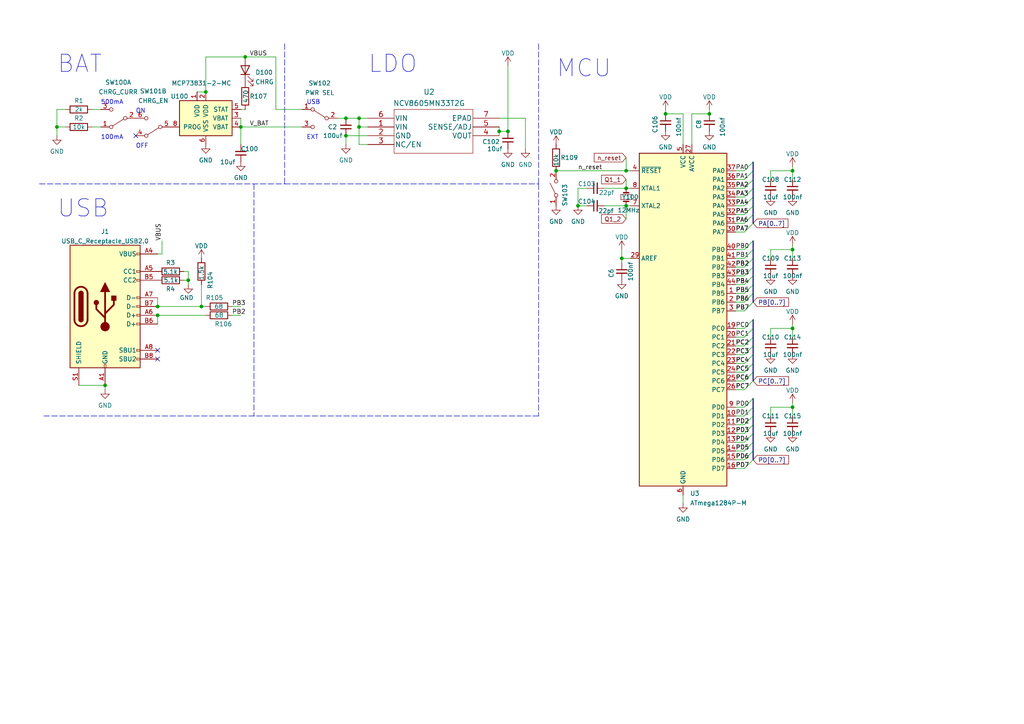
<source format=kicad_sch>
(kicad_sch (version 20211123) (generator eeschema)
  (paper "A4")
  (lib_symbols
    (symbol "Connector:USB_C_Receptacle_USB2.0" (pin_names (offset 1.016))
      (property "Reference" "J" (at -10.16 19.05 0))
      (property "Value" "USB_C_Receptacle_USB2.0" (at 19.05 19.05 0))
      (symbol "USB_C_Receptacle_USB2.0_0_0"
        (rectangle (start -0.254 -17.78) (end 0.254 -16.764))
        (rectangle (start 10.16 -14.986) (end 9.144 -15.494))
        (rectangle (start 10.16 -12.446) (end 9.144 -12.954))
        (rectangle (start 10.16 -4.826) (end 9.144 -5.334))
        (rectangle (start 10.16 -2.286) (end 9.144 -2.794))
        (rectangle (start 10.16 0.254) (end 9.144 -0.254))
        (rectangle (start 10.16 2.794) (end 9.144 2.286))
        (rectangle (start 10.16 7.874) (end 9.144 7.366))
        (rectangle (start 10.16 10.414) (end 9.144 9.906))
        (rectangle (start 10.16 15.494) (end 9.144 14.986))
      )
      (symbol "USB_C_Receptacle_USB2.0_0_1"
        (rectangle (start -10.16 17.78) (end 10.16 -17.78) (stroke (width 0.254)) (fill (type background)))
        (arc (start -8.89 -3.81) (mid -6.985 -5.715) (end -5.08 -3.81) (stroke (width 0.508)))
        (arc (start -7.62 -3.81) (mid -6.985 -4.445) (end -6.35 -3.81) (stroke (width 0.254)))
        (arc (start -7.62 -3.81) (mid -6.985 -4.445) (end -6.35 -3.81) (stroke (width 0.254)) (fill (type outline)))
        (rectangle (start -7.62 -3.81) (end -6.35 3.81) (stroke (width 0.254)) (fill (type outline)))
        (arc (start -6.35 3.81) (mid -6.985 4.445) (end -7.62 3.81) (stroke (width 0.254)))
        (arc (start -6.35 3.81) (mid -6.985 4.445) (end -7.62 3.81) (stroke (width 0.254)) (fill (type outline)))
        (arc (start -5.08 3.81) (mid -6.985 5.715) (end -8.89 3.81) (stroke (width 0.508)))
        (circle (center -2.54 1.143) (radius 0.635) (stroke (width 0.254)) (fill (type outline)))
        (circle (center 0 -5.842) (radius 1.27) (fill (type outline)))
        (polyline (pts (xy -8.89 -3.81) (xy -8.89 3.81)) (stroke (width 0.508)))
        (polyline (pts (xy -5.08 3.81) (xy -5.08 -3.81)) (stroke (width 0.508)))
        (polyline (pts (xy 0 -5.842) (xy 0 4.318)) (stroke (width 0.508)))
        (polyline (pts (xy 0 -3.302) (xy -2.54 -0.762) (xy -2.54 0.508)) (stroke (width 0.508)))
        (polyline (pts (xy 0 -2.032) (xy 2.54 0.508) (xy 2.54 1.778)) (stroke (width 0.508)))
        (polyline (pts (xy -1.27 4.318) (xy 0 6.858) (xy 1.27 4.318) (xy -1.27 4.318)) (stroke (width 0.254)) (fill (type outline)))
        (rectangle (start 1.905 1.778) (end 3.175 3.048) (stroke (width 0.254)) (fill (type outline)))
      )
      (symbol "USB_C_Receptacle_USB2.0_1_1"
        (pin passive line (at 0 -22.86 90) (length 5.08) (name "GND") (number "A1"))
        (pin passive line (at 0 -22.86 90) (length 5.08) hide (name "GND") (number "A12"))
        (pin passive line (at 15.24 15.24 180) (length 5.08) (name "VBUS") (number "A4"))
        (pin bidirectional line (at 15.24 10.16 180) (length 5.08) (name "CC1") (number "A5"))
        (pin bidirectional line (at 15.24 -2.54 180) (length 5.08) (name "D+") (number "A6"))
        (pin bidirectional line (at 15.24 2.54 180) (length 5.08) (name "D-") (number "A7"))
        (pin bidirectional line (at 15.24 -12.7 180) (length 5.08) (name "SBU1") (number "A8"))
        (pin passive line (at 15.24 15.24 180) (length 5.08) hide (name "VBUS") (number "A9"))
        (pin passive line (at 0 -22.86 90) (length 5.08) hide (name "GND") (number "B1"))
        (pin passive line (at 0 -22.86 90) (length 5.08) hide (name "GND") (number "B12"))
        (pin passive line (at 15.24 15.24 180) (length 5.08) hide (name "VBUS") (number "B4"))
        (pin bidirectional line (at 15.24 7.62 180) (length 5.08) (name "CC2") (number "B5"))
        (pin bidirectional line (at 15.24 -5.08 180) (length 5.08) (name "D+") (number "B6"))
        (pin bidirectional line (at 15.24 0 180) (length 5.08) (name "D-") (number "B7"))
        (pin bidirectional line (at 15.24 -15.24 180) (length 5.08) (name "SBU2") (number "B8"))
        (pin passive line (at 15.24 15.24 180) (length 5.08) hide (name "VBUS") (number "B9"))
        (pin passive line (at -7.62 -22.86 90) (length 5.08) (name "SHIELD") (number "S1"))
      )
    )
    (symbol "Device:C_Small" (pin_numbers hide) (pin_names (offset 0.254) hide)
      (property "Reference" "C" (at 0.254 1.778 0))
      (property "Value" "C_Small" (at 0.254 -2.032 0))
      (symbol "C_Small_0_1"
        (polyline (pts (xy -1.524 -0.508) (xy 1.524 -0.508)) (stroke (width 0.3302)))
        (polyline (pts (xy -1.524 0.508) (xy 1.524 0.508)) (stroke (width 0.3048)))
      )
      (symbol "C_Small_1_1"
        (pin passive line (at 0 2.54 270) (length 2.032) (name "~") (number "1"))
        (pin passive line (at 0 -2.54 90) (length 2.032) (name "~") (number "2"))
      )
    )
    (symbol "Device:Crystal_Small" (pin_numbers hide) (pin_names (offset 1.016) hide)
      (property "Reference" "Y" (at 0 2.54 0))
      (property "Value" "Crystal_Small" (at 0 -2.54 0))
      (symbol "Crystal_Small_0_1"
        (rectangle (start -0.762 -1.524) (end 0.762 1.524))
        (polyline (pts (xy -1.27 -0.762) (xy -1.27 0.762)) (stroke (width 0.381)))
        (polyline (pts (xy 1.27 -0.762) (xy 1.27 0.762)) (stroke (width 0.381)))
      )
      (symbol "Crystal_Small_1_1"
        (pin passive line (at -2.54 0 0) (length 1.27) (name "1") (number "1"))
        (pin passive line (at 2.54 0 180) (length 1.27) (name "2") (number "2"))
      )
    )
    (symbol "Device:LED" (pin_numbers hide) (pin_names (offset 1.016) hide)
      (property "Reference" "D" (at 0 2.54 0))
      (property "Value" "LED" (at 0 -2.54 0))
      (symbol "LED_0_1"
        (polyline (pts (xy -1.27 -1.27) (xy -1.27 1.27)) (stroke (width 0.254)))
        (polyline (pts (xy -1.27 0) (xy 1.27 0)))
        (polyline (pts (xy 1.27 -1.27) (xy 1.27 1.27) (xy -1.27 0) (xy 1.27 -1.27)) (stroke (width 0.254)))
        (polyline (pts (xy -3.048 -0.762) (xy -4.572 -2.286) (xy -3.81 -2.286) (xy -4.572 -2.286) (xy -4.572 -1.524)))
        (polyline (pts (xy -1.778 -0.762) (xy -3.302 -2.286) (xy -2.54 -2.286) (xy -3.302 -2.286) (xy -3.302 -1.524)))
      )
      (symbol "LED_1_1"
        (pin passive line (at -3.81 0 0) (length 2.54) (name "K") (number "1"))
        (pin passive line (at 3.81 0 180) (length 2.54) (name "A") (number "2"))
      )
    )
    (symbol "Device:R" (pin_numbers hide) (pin_names (offset 0))
      (property "Reference" "R" (at 2.032 0 90))
      (property "Value" "R" (at 0 0 90))
      (symbol "R_0_1"
        (rectangle (start -1.016 -2.54) (end 1.016 2.54) (stroke (width 0.254)))
      )
      (symbol "R_1_1"
        (pin passive line (at 0 3.81 270) (length 1.27) (name "~") (number "1"))
        (pin passive line (at 0 -3.81 90) (length 1.27) (name "~") (number "2"))
      )
    )
    (symbol "MCU_Microchip_ATmega:ATmega1284P-M"
      (property "Reference" "U?" (at 2.0194 -50.4095 0))
      (property "Value" "ATmega1284P-M" (at 2.0194 -53.1846 0))
      (symbol "ATmega1284P-M_0_1"
        (rectangle (start -12.7 -48.26) (end 12.7 48.26) (stroke (width 0.254)) (fill (type background)))
      )
      (symbol "ATmega1284P-M_1_1"
        (pin bidirectional line (at 15.24 7.62 180) (length 2.54) (name "PB5") (number "1"))
        (pin bidirectional line (at 15.24 -27.94 180) (length 2.54) (name "PD1") (number "10"))
        (pin bidirectional line (at 15.24 -30.48 180) (length 2.54) (name "PD2") (number "11"))
        (pin bidirectional line (at 15.24 -33.02 180) (length 2.54) (name "PD3") (number "12"))
        (pin bidirectional line (at 15.24 -35.56 180) (length 2.54) (name "PD4") (number "13"))
        (pin bidirectional line (at 15.24 -38.1 180) (length 2.54) (name "PD5") (number "14"))
        (pin bidirectional line (at 15.24 -40.64 180) (length 2.54) (name "PD6") (number "15"))
        (pin bidirectional line (at 15.24 -43.18 180) (length 2.54) (name "PD7") (number "16"))
        (pin passive line (at 0 50.8 270) (length 2.54) hide (name "VCC") (number "17"))
        (pin passive line (at 0 -50.8 90) (length 2.54) hide (name "GND") (number "18"))
        (pin bidirectional line (at 15.24 -2.54 180) (length 2.54) (name "PC0") (number "19"))
        (pin bidirectional line (at 15.24 5.08 180) (length 2.54) (name "PB6") (number "2"))
        (pin bidirectional line (at 15.24 -5.08 180) (length 2.54) (name "PC1") (number "20"))
        (pin bidirectional line (at 15.24 -7.62 180) (length 2.54) (name "PC2") (number "21"))
        (pin bidirectional line (at 15.24 -10.16 180) (length 2.54) (name "PC3") (number "22"))
        (pin bidirectional line (at 15.24 -12.7 180) (length 2.54) (name "PC4") (number "23"))
        (pin bidirectional line (at 15.24 -15.24 180) (length 2.54) (name "PC5") (number "24"))
        (pin bidirectional line (at 15.24 -17.78 180) (length 2.54) (name "PC6") (number "25"))
        (pin bidirectional line (at 15.24 -20.32 180) (length 2.54) (name "PC7") (number "26"))
        (pin power_in line (at 2.54 50.8 270) (length 2.54) (name "AVCC") (number "27"))
        (pin passive line (at 0 -50.8 90) (length 2.54) hide (name "GND") (number "28"))
        (pin passive line (at -15.24 17.78 0) (length 2.54) (name "AREF") (number "29"))
        (pin bidirectional line (at 15.24 2.54 180) (length 2.54) (name "PB7") (number "3"))
        (pin bidirectional line (at 15.24 25.4 180) (length 2.54) (name "PA7") (number "30"))
        (pin bidirectional line (at 15.24 27.94 180) (length 2.54) (name "PA6") (number "31"))
        (pin bidirectional line (at 15.24 30.48 180) (length 2.54) (name "PA5") (number "32"))
        (pin bidirectional line (at 15.24 33.02 180) (length 2.54) (name "PA4") (number "33"))
        (pin bidirectional line (at 15.24 35.56 180) (length 2.54) (name "PA3") (number "34"))
        (pin bidirectional line (at 15.24 38.1 180) (length 2.54) (name "PA2") (number "35"))
        (pin bidirectional line (at 15.24 40.64 180) (length 2.54) (name "PA1") (number "36"))
        (pin bidirectional line (at 15.24 43.18 180) (length 2.54) (name "PA0") (number "37"))
        (pin passive line (at 0 50.8 270) (length 2.54) hide (name "VCC") (number "38"))
        (pin passive line (at 0 -50.8 90) (length 2.54) hide (name "GND") (number "39"))
        (pin input line (at -15.24 43.18 0) (length 2.54) (name "~{RESET}") (number "4"))
        (pin bidirectional line (at 15.24 20.32 180) (length 2.54) (name "PB0") (number "40"))
        (pin bidirectional line (at 15.24 17.78 180) (length 2.54) (name "PB1") (number "41"))
        (pin bidirectional line (at 15.24 15.24 180) (length 2.54) (name "PB2") (number "42"))
        (pin bidirectional line (at 15.24 12.7 180) (length 2.54) (name "PB3") (number "43"))
        (pin bidirectional line (at 15.24 10.16 180) (length 2.54) (name "PB4") (number "44"))
        (pin passive line (at 0 -50.8 90) (length 2.54) hide (name "GND") (number "45"))
        (pin power_in line (at 0 50.8 270) (length 2.54) (name "VCC") (number "5"))
        (pin power_in line (at 0 -50.8 90) (length 2.54) (name "GND") (number "6"))
        (pin output line (at -15.24 33.02 0) (length 2.54) (name "XTAL2") (number "7"))
        (pin input line (at -15.24 38.1 0) (length 2.54) (name "XTAL1") (number "8"))
        (pin bidirectional line (at 15.24 -25.4 180) (length 2.54) (name "PD0") (number "9"))
      )
    )
    (symbol "Switch:SW_DPDT_x2" (pin_names (offset 0) hide)
      (property "Reference" "SW" (at 0 4.318 0))
      (property "Value" "SW_DPDT_x2" (at 0 -5.08 0))
      (symbol "SW_DPDT_x2_0_0"
        (circle (center -2.032 0) (radius 0.508))
        (circle (center 2.032 -2.54) (radius 0.508))
      )
      (symbol "SW_DPDT_x2_0_1"
        (polyline (pts (xy -1.524 0.254) (xy 1.651 2.286)))
        (circle (center 2.032 2.54) (radius 0.508))
      )
      (symbol "SW_DPDT_x2_1_1"
        (pin passive line (at 5.08 2.54 180) (length 2.54) (name "A") (number "1"))
        (pin passive line (at -5.08 0 0) (length 2.54) (name "B") (number "2"))
        (pin passive line (at 5.08 -2.54 180) (length 2.54) (name "C") (number "3"))
      )
      (symbol "SW_DPDT_x2_2_1"
        (pin passive line (at 5.08 2.54 180) (length 2.54) (name "A") (number "4"))
        (pin passive line (at -5.08 0 0) (length 2.54) (name "B") (number "5"))
        (pin passive line (at 5.08 -2.54 180) (length 2.54) (name "C") (number "6"))
      )
    )
    (symbol "Switch:SW_SPDT" (pin_names (offset 0) hide)
      (property "Reference" "SW" (at 0 4.318 0))
      (property "Value" "SW_SPDT" (at 0 -5.08 0))
      (symbol "SW_SPDT_0_0"
        (circle (center -2.032 0) (radius 0.508))
        (circle (center 2.032 -2.54) (radius 0.508))
      )
      (symbol "SW_SPDT_0_1"
        (polyline (pts (xy -1.524 0.254) (xy 1.651 2.286)))
        (circle (center 2.032 2.54) (radius 0.508))
      )
      (symbol "SW_SPDT_1_1"
        (pin passive line (at 5.08 2.54 180) (length 2.54) (name "A") (number "1"))
        (pin passive line (at -5.08 0 0) (length 2.54) (name "B") (number "2"))
        (pin passive line (at 5.08 -2.54 180) (length 2.54) (name "C") (number "3"))
      )
    )
    (symbol "Switch:SW_SPST" (pin_names (offset 0) hide)
      (property "Reference" "SW" (at 0 3.175 0))
      (property "Value" "SW_SPST" (at 0 -2.54 0))
      (symbol "SW_SPST_0_0"
        (circle (center -2.032 0) (radius 0.508))
        (polyline (pts (xy -1.524 0.254) (xy 1.524 1.778)))
        (circle (center 2.032 0) (radius 0.508))
      )
      (symbol "SW_SPST_1_1"
        (pin passive line (at -5.08 0 0) (length 2.54) (name "A") (number "1"))
        (pin passive line (at 5.08 0 180) (length 2.54) (name "B") (number "2"))
      )
    )
    (symbol "power:GND" (power) (pin_names (offset 0))
      (property "Value" "GND" (at 0 -3.81 0))
      (symbol "GND_0_1"
        (polyline (pts (xy 0 0) (xy 0 -1.27) (xy 1.27 -1.27) (xy 0 -2.54) (xy -1.27 -1.27) (xy 0 -1.27)))
      )
      (symbol "GND_1_1"
        (pin power_in line (at 0 0 270) (length 0) hide (name "GND") (number "1"))
      )
    )
    (symbol "power:VDD" (power) (pin_names (offset 0))
      (property "Value" "VDD" (at 0 3.81 0))
      (symbol "VDD_0_1"
        (polyline (pts (xy -0.762 1.27) (xy 0 2.54)))
        (polyline (pts (xy 0 0) (xy 0 2.54)))
        (polyline (pts (xy 0 2.54) (xy 0.762 1.27)))
      )
      (symbol "VDD_1_1"
        (pin power_in line (at 0 0 90) (length 0) hide (name "VDD") (number "1"))
      )
    )
    (symbol "symbols:MCP73831-2-MC" (pin_names (offset 1.016))
      (property "Reference" "U100" (at -9.4693 6.3666 0))
      (property "Value" "MCP73831-2-MC" (at -7.62 8.89 0))
      (symbol "MCP73831-2-MC_0_1"
        (rectangle (start -7.62 5.08) (end 7.62 -5.08) (stroke (width 0.254)) (fill (type background)))
      )
      (symbol "MCP73831-2-MC_1_1"
        (pin power_in line (at -2.54 7.62 270) (length 2.54) (name "VDD") (number "1"))
        (pin power_in line (at 0 7.62 270) (length 2.54) (name "VDD") (number "2"))
        (pin power_out line (at 10.16 0 180) (length 2.54) (name "VBAT") (number "3"))
        (pin power_out line (at 10.16 -2.54 180) (length 2.54) (name "VBAT") (number "4"))
        (pin output line (at 10.16 2.54 180) (length 2.54) (name "STAT") (number "5"))
        (pin power_in line (at 0 -7.62 90) (length 2.54) (name "VSS") (number "6"))
        (pin input line (at -10.16 -2.54 0) (length 2.54) (name "PROG") (number "8"))
      )
    )
    (symbol "symbols:NCV8605MN33T2G" (pin_names (offset 0.254))
      (property "Reference" "U2" (at 17.78 10.16 0))
      (property "Value" "NCV8605MN33T2G" (at 17.78 6.881 0))
      (symbol "NCV8605MN33T2G_1_1"
        (polyline (pts (xy 7.62 -7.62) (xy 30.48 -7.62)) (stroke (width 0.127)))
        (polyline (pts (xy 7.62 5.08) (xy 7.62 -7.62)) (stroke (width 0.127)))
        (polyline (pts (xy 30.48 -7.62) (xy 30.48 5.08)) (stroke (width 0.127)))
        (polyline (pts (xy 30.48 5.08) (xy 7.62 5.08)) (stroke (width 0.127)))
        (pin input line (at 0 0 0) (length 7.62) (name "VIN") (number "1"))
        (pin power_in line (at 0 -2.54 0) (length 7.62) (name "GND") (number "2"))
        (pin bidirectional line (at 0 -5.08 0) (length 7.62) (name "NC/EN") (number "3"))
        (pin power_out line (at 38.1 -2.54 180) (length 7.62) (name "VOUT") (number "4"))
        (pin bidirectional line (at 38.1 0 180) (length 7.62) (name "SENSE/ADJ") (number "5"))
        (pin input line (at 0 2.54 0) (length 7.62) (name "VIN") (number "6"))
        (pin unspecified line (at 38.1 2.54 180) (length 7.62) (name "EPAD") (number "7"))
      )
    )
  )
  (bus_alias "PORTA" (members "PA0" "PA1" "PA2" "PA3" "PA4" "PA5" "PA6" "PA7"))
  (junction (at 229.87 95.25))
  (junction (at 54.61 81.28))
  (junction (at 100.33 39.37))
  (junction (at 71.12 16.51))
  (junction (at 161.29 49.53))
  (junction (at 30.48 111.76))
  (junction (at 180.34 74.93))
  (junction (at 229.87 49.53))
  (junction (at 229.87 72.39))
  (junction (at 58.42 88.9))
  (junction (at 100.33 34.29))
  (junction (at 181.61 54.61))
  (junction (at 205.74 33.02))
  (junction (at 59.69 26.67))
  (junction (at 181.61 49.53))
  (junction (at 45.72 88.9))
  (junction (at 167.64 59.69))
  (junction (at 229.87 118.11))
  (junction (at 69.85 36.83))
  (junction (at 193.04 33.02))
  (junction (at 147.32 38.1))
  (junction (at 104.14 34.29))
  (junction (at 144.78 38.1))
  (junction (at 45.72 91.44))
  (junction (at 181.61 59.69))
  (junction (at 104.14 36.83))
  (junction (at 16.51 36.83))
  (no_connect (at 45.72 101.6))
  (no_connect (at 45.72 104.14))
  (no_connect (at 39.37 39.37))
  (bus_entry (at 218.44 72.39) (size -2.54 2.54))
  (bus_entry (at 218.44 100.33) (size -2.54 2.54))
  (bus_entry (at 218.44 57.15) (size -2.54 2.54))
  (bus_entry (at 218.44 133.35) (size -2.54 2.54))
  (bus_entry (at 218.44 123.19) (size -2.54 2.54))
  (bus_entry (at 218.44 46.99) (size -2.54 2.54))
  (bus_entry (at 218.44 128.27) (size -2.54 2.54))
  (bus_entry (at 218.44 54.61) (size -2.54 2.54))
  (bus_entry (at 218.44 102.87) (size -2.54 2.54))
  (bus_entry (at 218.44 52.07) (size -2.54 2.54))
  (bus_entry (at 218.44 64.77) (size -2.54 2.54))
  (bus_entry (at 218.44 92.71) (size -2.54 2.54))
  (bus_entry (at 218.44 130.81) (size -2.54 2.54))
  (bus_entry (at 218.44 77.47) (size -2.54 2.54))
  (bus_entry (at 218.44 115.57) (size -2.54 2.54))
  (bus_entry (at 218.44 80.01) (size -2.54 2.54))
  (bus_entry (at 218.44 69.85) (size -2.54 2.54))
  (bus_entry (at 218.44 110.49) (size -2.54 2.54))
  (bus_entry (at 218.44 49.53) (size -2.54 2.54))
  (bus_entry (at 218.44 87.63) (size -2.54 2.54))
  (bus_entry (at 218.44 107.95) (size -2.54 2.54))
  (bus_entry (at 218.44 125.73) (size -2.54 2.54))
  (bus_entry (at 218.44 85.09) (size -2.54 2.54))
  (bus_entry (at 218.44 95.25) (size -2.54 2.54))
  (bus_entry (at 218.44 74.93) (size -2.54 2.54))
  (bus_entry (at 218.44 59.69) (size -2.54 2.54))
  (bus_entry (at 218.44 97.79) (size -2.54 2.54))
  (bus_entry (at 218.44 118.11) (size -2.54 2.54))
  (bus_entry (at 218.44 62.23) (size -2.54 2.54))
  (bus_entry (at 218.44 82.55) (size -2.54 2.54))
  (bus_entry (at 218.44 105.41) (size -2.54 2.54))
  (bus_entry (at 218.44 120.65) (size -2.54 2.54))
  (wire (pts (xy 69.85 31.75) (xy 71.12 31.75)))
  (wire (pts (xy 215.9 110.49) (xy 213.36 110.49)))
  (wire (pts (xy 213.36 49.53) (xy 215.9 49.53)))
  (bus (pts (xy 218.44 74.93) (xy 218.44 72.39)))
  (wire (pts (xy 16.51 36.83) (xy 19.05 36.83)))
  (bus (pts (xy 218.44 110.49) (xy 218.44 107.95)))
  (wire (pts (xy 223.52 49.53) (xy 229.87 49.53)))
  (wire (pts (xy 215.9 74.93) (xy 213.36 74.93)))
  (wire (pts (xy 58.42 88.9) (xy 59.69 88.9)))
  (wire (pts (xy 229.87 95.25) (xy 229.87 97.79)))
  (wire (pts (xy 59.69 16.51) (xy 71.12 16.51)))
  (wire (pts (xy 198.12 33.02) (xy 198.12 41.91)))
  (wire (pts (xy 223.52 118.11) (xy 223.52 120.65)))
  (wire (pts (xy 104.14 41.91) (xy 104.14 36.83)))
  (wire (pts (xy 144.78 36.83) (xy 144.78 38.1)))
  (wire (pts (xy 215.9 130.81) (xy 213.36 130.81)))
  (wire (pts (xy 45.72 86.36) (xy 45.72 88.9)))
  (wire (pts (xy 45.72 91.44) (xy 59.69 91.44)))
  (wire (pts (xy 229.87 118.11) (xy 229.87 120.65)))
  (wire (pts (xy 181.61 59.69) (xy 181.61 63.5)))
  (wire (pts (xy 215.9 118.11) (xy 213.36 118.11)))
  (wire (pts (xy 215.9 105.41) (xy 213.36 105.41)))
  (wire (pts (xy 67.31 91.44) (xy 69.85 91.44)))
  (polyline (pts (xy 11.43 53.34) (xy 82.55 53.34)))
  (wire (pts (xy 200.66 33.02) (xy 200.66 41.91)))
  (wire (pts (xy 229.87 72.39) (xy 229.87 74.93)))
  (wire (pts (xy 69.85 34.29) (xy 69.85 36.83)))
  (wire (pts (xy 215.9 80.01) (xy 213.36 80.01)))
  (polyline (pts (xy 156.21 12.7) (xy 156.21 53.34)))
  (wire (pts (xy 54.61 78.74) (xy 54.61 81.28)))
  (wire (pts (xy 69.85 36.83) (xy 87.63 36.83)))
  (bus (pts (xy 218.44 97.79) (xy 218.44 95.25)))
  (bus (pts (xy 218.44 49.53) (xy 218.44 52.07)))
  (wire (pts (xy 106.68 41.91) (xy 104.14 41.91)))
  (wire (pts (xy 215.9 85.09) (xy 213.36 85.09)))
  (bus (pts (xy 218.44 107.95) (xy 218.44 105.41)))
  (wire (pts (xy 229.87 93.98) (xy 229.87 95.25)))
  (wire (pts (xy 152.4 34.29) (xy 144.78 34.29)))
  (polyline (pts (xy 156.21 53.34) (xy 156.21 120.65)))
  (wire (pts (xy 215.9 107.95) (xy 213.36 107.95)))
  (wire (pts (xy 26.67 31.75) (xy 29.21 31.75)))
  (wire (pts (xy 45.72 91.44) (xy 45.72 93.98)))
  (bus (pts (xy 218.44 82.55) (xy 218.44 80.01)))
  (wire (pts (xy 215.9 90.17) (xy 213.36 90.17)))
  (wire (pts (xy 215.9 133.35) (xy 213.36 133.35)))
  (wire (pts (xy 223.52 49.53) (xy 223.52 52.07)))
  (bus (pts (xy 218.44 95.25) (xy 218.44 92.71)))
  (wire (pts (xy 215.9 82.55) (xy 213.36 82.55)))
  (wire (pts (xy 215.9 120.65) (xy 213.36 120.65)))
  (bus (pts (xy 218.44 54.61) (xy 218.44 57.15)))
  (wire (pts (xy 181.61 59.69) (xy 182.88 59.69)))
  (wire (pts (xy 205.74 31.75) (xy 205.74 33.02)))
  (wire (pts (xy 215.9 97.79) (xy 213.36 97.79)))
  (wire (pts (xy 54.61 81.28) (xy 54.61 82.55)))
  (wire (pts (xy 215.9 113.03) (xy 213.36 113.03)))
  (bus (pts (xy 218.44 133.35) (xy 218.44 130.81)))
  (polyline (pts (xy 73.66 53.34) (xy 73.66 120.65)))
  (wire (pts (xy 193.04 33.02) (xy 198.12 33.02)))
  (wire (pts (xy 161.29 49.53) (xy 181.61 49.53)))
  (wire (pts (xy 215.9 125.73) (xy 213.36 125.73)))
  (wire (pts (xy 71.12 16.51) (xy 80.01 16.51)))
  (wire (pts (xy 22.86 111.76) (xy 30.48 111.76)))
  (wire (pts (xy 54.61 81.28) (xy 53.34 81.28)))
  (wire (pts (xy 100.33 34.29) (xy 104.14 34.29)))
  (wire (pts (xy 45.72 73.66) (xy 46.99 73.66)))
  (wire (pts (xy 58.42 82.55) (xy 58.42 88.9)))
  (wire (pts (xy 26.67 36.83) (xy 29.21 36.83)))
  (wire (pts (xy 59.69 16.51) (xy 59.69 26.67)))
  (wire (pts (xy 46.99 73.66) (xy 46.99 69.85)))
  (wire (pts (xy 80.01 16.51) (xy 80.01 31.75)))
  (bus (pts (xy 218.44 57.15) (xy 218.44 59.69)))
  (wire (pts (xy 215.9 64.77) (xy 213.36 64.77)))
  (bus (pts (xy 218.44 100.33) (xy 218.44 97.79)))
  (wire (pts (xy 223.52 72.39) (xy 229.87 72.39)))
  (wire (pts (xy 167.64 59.69) (xy 170.18 59.69)))
  (wire (pts (xy 215.9 62.23) (xy 213.36 62.23)))
  (wire (pts (xy 223.52 72.39) (xy 223.52 74.93)))
  (wire (pts (xy 215.9 135.89) (xy 213.36 135.89)))
  (bus (pts (xy 218.44 118.11) (xy 218.44 115.57)))
  (wire (pts (xy 69.85 36.83) (xy 69.85 41.91)))
  (bus (pts (xy 218.44 77.47) (xy 218.44 74.93)))
  (bus (pts (xy 218.44 80.01) (xy 218.44 77.47)))
  (wire (pts (xy 229.87 116.84) (xy 229.87 118.11)))
  (wire (pts (xy 16.51 31.75) (xy 19.05 31.75)))
  (polyline (pts (xy 82.55 53.34) (xy 156.21 53.34)))
  (wire (pts (xy 229.87 49.53) (xy 229.87 52.07)))
  (bus (pts (xy 218.44 123.19) (xy 218.44 120.65)))
  (wire (pts (xy 170.18 54.61) (xy 167.64 54.61)))
  (wire (pts (xy 215.9 100.33) (xy 213.36 100.33)))
  (wire (pts (xy 97.79 34.29) (xy 100.33 34.29)))
  (wire (pts (xy 215.9 102.87) (xy 213.36 102.87)))
  (wire (pts (xy 180.34 74.93) (xy 180.34 76.2)))
  (wire (pts (xy 181.61 49.53) (xy 182.88 49.53)))
  (wire (pts (xy 193.04 31.75) (xy 193.04 33.02)))
  (wire (pts (xy 152.4 34.29) (xy 152.4 43.18)))
  (wire (pts (xy 45.72 88.9) (xy 58.42 88.9)))
  (polyline (pts (xy 156.21 120.65) (xy 82.55 120.65)))
  (wire (pts (xy 198.12 143.51) (xy 198.12 146.05)))
  (bus (pts (xy 218.44 59.69) (xy 218.44 62.23)))
  (bus (pts (xy 218.44 85.09) (xy 218.44 82.55)))
  (wire (pts (xy 80.01 31.75) (xy 87.63 31.75)))
  (wire (pts (xy 215.9 72.39) (xy 213.36 72.39)))
  (wire (pts (xy 215.9 57.15) (xy 213.36 57.15)))
  (wire (pts (xy 223.52 95.25) (xy 223.52 97.79)))
  (wire (pts (xy 30.48 111.76) (xy 30.48 113.03)))
  (wire (pts (xy 181.61 52.07) (xy 181.61 54.61)))
  (wire (pts (xy 104.14 34.29) (xy 106.68 34.29)))
  (bus (pts (xy 218.44 105.41) (xy 218.44 102.87)))
  (polyline (pts (xy 82.55 12.7) (xy 82.55 53.34)))
  (wire (pts (xy 215.9 87.63) (xy 213.36 87.63)))
  (wire (pts (xy 205.74 33.02) (xy 200.66 33.02)))
  (wire (pts (xy 175.26 59.69) (xy 181.61 59.69)))
  (wire (pts (xy 144.78 38.1) (xy 147.32 38.1)))
  (wire (pts (xy 215.9 67.31) (xy 213.36 67.31)))
  (bus (pts (xy 218.44 72.39) (xy 218.44 69.85)))
  (wire (pts (xy 229.87 48.26) (xy 229.87 49.53)))
  (bus (pts (xy 218.44 102.87) (xy 218.44 100.33)))
  (wire (pts (xy 180.34 74.93) (xy 182.88 74.93)))
  (wire (pts (xy 215.9 59.69) (xy 213.36 59.69)))
  (bus (pts (xy 218.44 52.07) (xy 218.44 54.61)))
  (wire (pts (xy 215.9 54.61) (xy 213.36 54.61)))
  (bus (pts (xy 218.44 120.65) (xy 218.44 118.11)))
  (wire (pts (xy 147.32 19.05) (xy 147.32 38.1)))
  (wire (pts (xy 215.9 95.25) (xy 213.36 95.25)))
  (wire (pts (xy 181.61 45.72) (xy 181.61 49.53)))
  (bus (pts (xy 218.44 62.23) (xy 218.44 64.77)))
  (wire (pts (xy 223.52 118.11) (xy 229.87 118.11)))
  (wire (pts (xy 104.14 36.83) (xy 106.68 36.83)))
  (wire (pts (xy 16.51 36.83) (xy 16.51 31.75)))
  (bus (pts (xy 218.44 87.63) (xy 218.44 85.09)))
  (bus (pts (xy 218.44 125.73) (xy 218.44 123.19)))
  (wire (pts (xy 215.9 52.07) (xy 213.36 52.07)))
  (wire (pts (xy 181.61 54.61) (xy 182.88 54.61)))
  (bus (pts (xy 218.44 130.81) (xy 218.44 128.27)))
  (wire (pts (xy 100.33 39.37) (xy 106.68 39.37)))
  (wire (pts (xy 104.14 34.29) (xy 104.14 36.83)))
  (polyline (pts (xy 12.7 120.65) (xy 82.55 120.65)))
  (bus (pts (xy 218.44 128.27) (xy 218.44 125.73)))
  (wire (pts (xy 215.9 123.19) (xy 213.36 123.19)))
  (wire (pts (xy 57.15 26.67) (xy 59.69 26.67)))
  (wire (pts (xy 215.9 77.47) (xy 213.36 77.47)))
  (wire (pts (xy 181.61 54.61) (xy 175.26 54.61)))
  (wire (pts (xy 180.34 72.39) (xy 180.34 74.93)))
  (wire (pts (xy 144.78 38.1) (xy 144.78 39.37)))
  (wire (pts (xy 100.33 39.37) (xy 100.33 41.91)))
  (wire (pts (xy 215.9 128.27) (xy 213.36 128.27)))
  (wire (pts (xy 16.51 39.37) (xy 16.51 36.83)))
  (wire (pts (xy 223.52 95.25) (xy 229.87 95.25)))
  (wire (pts (xy 167.64 54.61) (xy 167.64 59.69)))
  (wire (pts (xy 229.87 71.12) (xy 229.87 72.39)))
  (wire (pts (xy 53.34 78.74) (xy 54.61 78.74)))
  (bus (pts (xy 218.44 46.99) (xy 218.44 49.53)))
  (wire (pts (xy 67.31 88.9) (xy 69.85 88.9)))
  (text "OFF" (at 39.37 43.18 0) (effects (font (size 1.27 1.27)) (justify left bottom)))
  (text "ON\n" (at 39.37 33.02 0) (effects (font (size 1.27 1.27)) (justify left bottom)))
  (text "MCU" (at 161.29 22.86 0) (effects (font (size 5 5)) (justify left bottom)))
  (text "100mA\n" (at 29.21 40.64 0) (effects (font (size 1.27 1.27)) (justify left bottom)))
  (text "EXT" (at 88.9 40.64 0) (effects (font (size 1.27 1.27)) (justify left bottom)))
  (text "BAT\n" (at 16.51 21.59 0) (effects (font (size 5 5)) (justify left bottom)))
  (text "LDO" (at 106.68 21.59 0) (effects (font (size 5 5)) (justify left bottom)))
  (text "USB" (at 16.51 63.5 0) (effects (font (size 5 5)) (justify left bottom)))
  (text "USB\n" (at 88.9 30.48 0) (effects (font (size 1.27 1.27)) (justify left bottom)))
  (text "500mA\n" (at 29.21 30.48 0) (effects (font (size 1.27 1.27)) (justify left bottom)))
  (label "PB3" (at 67.31 88.9 0))
  (label "PB7" (at 213.36 90.17 0))
  (label "PB4" (at 213.36 82.55 0))
  (label "PD4" (at 213.36 128.27 0))
  (label "PC1" (at 213.36 97.79 0))
  (label "PA1" (at 213.36 52.07 0))
  (label "PB3" (at 213.36 80.01 0))
  (label "PD7" (at 213.36 135.89 0))
  (label "PD3" (at 213.36 125.73 0))
  (label "PA2" (at 213.36 54.61 0))
  (label "PA0" (at 213.36 49.53 0))
  (label "PD6" (at 213.36 133.35 0))
  (label "PC2" (at 213.36 100.33 0))
  (label "PB0" (at 213.36 72.39 0))
  (label "PA7" (at 213.36 67.31 0))
  (label "VBUS" (at 46.99 69.85 90))
  (label "PB3" (at 213.36 80.01 0))
  (label "PC6" (at 213.36 110.49 0))
  (label "PB4" (at 213.36 82.55 0))
  (label "PC7" (at 213.36 113.03 0))
  (label "PA3" (at 213.36 57.15 0))
  (label "PB1" (at 213.36 74.93 0))
  (label "PB2" (at 67.31 91.44 0))
  (label "PB5" (at 213.36 85.09 0))
  (label "PD0" (at 213.36 118.11 0))
  (label "PA6" (at 213.36 64.77 0))
  (label "PC6" (at 213.36 110.49 0))
  (label "PC3" (at 213.36 102.87 0))
  (label "PD7" (at 213.36 135.89 0))
  (label "PB5" (at 213.36 85.09 0))
  (label "PB2" (at 213.36 77.47 0))
  (label "n_reset" (at 167.64 49.53 0))
  (label "PC7" (at 213.36 113.03 0))
  (label "PC4" (at 213.36 105.41 0))
  (label "PC5" (at 213.36 107.95 0))
  (label "PA6" (at 213.36 64.77 0))
  (label "PD5" (at 213.36 130.81 0))
  (label "PA2" (at 213.36 54.61 0))
  (label "PD5" (at 213.36 130.81 0))
  (label "PC0" (at 213.36 95.25 0))
  (label "PD1" (at 213.36 120.65 0))
  (label "PD6" (at 213.36 133.35 0))
  (label "PA4" (at 213.36 59.69 0))
  (label "PA3" (at 213.36 57.15 0))
  (label "V_BAT" (at 72.39 36.83 0))
  (label "PD4" (at 213.36 128.27 0))
  (label "PB7" (at 213.36 90.17 0))
  (label "PA5" (at 213.36 62.23 0))
  (label "PC2" (at 213.36 100.33 0))
  (label "PA5" (at 213.36 62.23 0))
  (label "PB2" (at 213.36 77.47 0))
  (label "PC3" (at 213.36 102.87 0))
  (label "PC4" (at 213.36 105.41 0))
  (label "PB6" (at 213.36 87.63 0))
  (label "PC5" (at 213.36 107.95 0))
  (label "PA7" (at 213.36 67.31 0))
  (label "PA4" (at 213.36 59.69 0))
  (label "PB6" (at 213.36 87.63 0))
  (label "PD3" (at 213.36 125.73 0))
  (label "PD2" (at 213.36 123.19 0))
  (label "VBUS" (at 72.39 16.51 0))
  (label "PD2" (at 213.36 123.19 0))
  (global_label "PB[0..7]" (shape input) (at 218.44 87.63 0) (property "Intersheet References" "${INTERSHEET_REFS}" (effects hide)))
  (global_label "PD[0..7]" (shape input) (at 218.44 133.35 0) (property "Intersheet References" "${INTERSHEET_REFS}" (effects hide)))
  (global_label "PC[0..7]" (shape input) (at 218.44 110.49 0) (property "Intersheet References" "${INTERSHEET_REFS}" (effects hide)))
  (global_label "Q1_2" (shape input) (at 181.61 63.5 180) (property "Intersheet References" "${INTERSHEET_REFS}" (effects hide)))
  (global_label "PA[0..7]" (shape input) (at 218.44 64.77 0) (property "Intersheet References" "${INTERSHEET_REFS}" (effects hide)))
  (global_label "n_reset" (shape input) (at 181.61 45.72 180) (property "Intersheet References" "${INTERSHEET_REFS}" (effects hide)))
  (global_label "Q1_1" (shape input) (at 181.61 52.07 180) (property "Intersheet References" "${INTERSHEET_REFS}" (effects hide)))
  (symbol (lib_id "power:VDD") (at 161.29 41.91 0) (unit 1)
    (property "Reference" "#PWR0146" (effects hide))
    (property "Value" "VDD" (at 161.29 38.3055 0))
  )
  (symbol (lib_id "Device:C_Small") (at 172.72 59.69 90) (unit 1)
    (property "Reference" "C104" (at 170.18 58.42 90))
    (property "Value" "22pf" (at 175.7714 61.1632 90))
  )
  (symbol (lib_id "Device:C_Small") (at 229.87 100.33 0) (unit 1)
    (property "Reference" "C114" (at 229.87 97.79 0))
    (property "Value" "100nf" (at 229.87 102.87 0))
  )
  (symbol (lib_id "power:GND") (at 223.52 80.01 0) (unit 1)
    (property "Reference" "#PWR0157" (effects hide))
    (property "Value" "GND" (at 223.52 84.5725 0))
  )
  (symbol (lib_id "Device:C_Small") (at 229.87 54.61 0) (unit 1)
    (property "Reference" "C112" (at 229.87 52.07 0))
    (property "Value" "100nf" (at 229.87 57.15 0))
  )
  (symbol (lib_id "Device:R") (at 63.5 88.9 90) (unit 1)
    (property "Reference" "R105" (at 64.77 86.36 90) (effects (justify left)))
    (property "Value" "68" (at 64.77 88.9 90) (effects (justify left)))
    (property "Footprint" "Resistor_SMD:R_0402_1005Metric" (effects hide))
  )
  (symbol (lib_id "Device:C_Small") (at 223.52 77.47 0) (unit 1)
    (property "Reference" "C109" (at 223.52 74.93 0))
    (property "Value" "10uf" (at 223.52 80.01 0))
  )
  (symbol (lib_id "power:VDD") (at 229.87 48.26 0) (unit 1)
    (property "Reference" "#PWR0160" (effects hide))
    (property "Value" "VDD" (at 229.87 44.6555 0))
  )
  (symbol (lib_id "Device:C_Small") (at 229.87 123.19 0) (unit 1)
    (property "Reference" "C115" (at 229.87 120.65 0))
    (property "Value" "100nf" (at 229.87 125.73 0))
  )
  (symbol (lib_id "Device:C_Small") (at 147.32 40.64 0) (mirror x) (unit 1)
    (property "Reference" "C102" (at 144.9959 41.1126 0) (effects (justify right)))
    (property "Value" "10uf" (at 143.51 43.18 0))
  )
  (symbol (lib_id "Device:C_Small") (at 100.33 36.83 0) (mirror x) (unit 1)
    (property "Reference" "C2" (at 97.79 36.83 0) (effects (justify right)))
    (property "Value" "100uf" (at 96.52 39.37 0))
  )
  (symbol (lib_id "Device:C_Small") (at 172.72 54.61 90) (unit 1)
    (property "Reference" "C103" (at 170.18 53.34 90))
    (property "Value" "22pf" (at 175.9144 55.8718 90))
  )
  (symbol (lib_id "Device:R") (at 63.5 91.44 270) (unit 1)
    (property "Reference" "R106" (at 62.23 93.98 90) (effects (justify left)))
    (property "Value" "68" (at 62.23 91.44 90) (effects (justify left)))
  )
  (symbol (lib_id "power:GND") (at 198.12 146.05 0) (unit 1)
    (property "Reference" "#PWR0153" (effects hide))
    (property "Value" "GND" (at 198.12 150.6125 0))
  )
  (symbol (lib_id "Device:C_Small") (at 223.52 100.33 0) (unit 1)
    (property "Reference" "C110" (at 223.52 97.79 0))
    (property "Value" "10uf" (at 223.52 102.87 0))
  )
  (symbol (lib_id "Device:C_Small") (at 223.52 123.19 0) (unit 1)
    (property "Reference" "C111" (at 223.52 120.65 0))
    (property "Value" "10uf" (at 223.52 125.73 0))
  )
  (symbol (lib_id "power:VDD") (at 147.32 19.05 0) (unit 1)
    (property "Reference" "#PWR0143" (effects hide))
    (property "Value" "VDD" (at 147.32 15.4455 0))
  )
  (symbol (lib_id "power:GND") (at 16.51 39.37 0) (unit 1)
    (property "Reference" "#PWR01" (effects hide))
    (property "Value" "GND" (at 16.51 43.9325 0))
  )
  (symbol (lib_id "Switch:SW_SPST") (at 161.29 54.61 90) (unit 1)
    (property "Reference" "SW103" (at 163.83 53.34 0) (effects (justify right)))
    (property "Value" "SW_SPST" (effects hide))
  )
  (symbol (lib_id "power:VDD") (at 229.87 71.12 0) (unit 1)
    (property "Reference" "#PWR0162" (effects hide))
    (property "Value" "VDD" (at 229.87 67.5155 0))
  )
  (symbol (lib_id "Switch:SW_SPDT") (at 92.71 34.29 0) (mirror y) (unit 1)
    (property "Reference" "SW102" (at 92.71 24.13 0))
    (property "Value" "PWR SEL" (at 92.71 26.9051 0))
  )
  (symbol (lib_id "Device:C_Small") (at 229.87 77.47 0) (unit 1)
    (property "Reference" "C113" (at 229.87 74.93 0))
    (property "Value" "100nf" (at 229.87 80.01 0))
  )
  (symbol (lib_id "power:VDD") (at 180.34 72.39 0) (unit 1)
    (property "Reference" "#PWR0149" (effects hide))
    (property "Value" "VDD" (at 180.34 68.7855 0))
  )
  (symbol (lib_id "power:VDD") (at 205.74 31.75 0) (unit 1)
    (property "Reference" "#PWR028" (effects hide))
    (property "Value" "VDD" (at 205.74 28.1455 0))
  )
  (symbol (lib_id "Device:C_Small") (at 223.52 54.61 0) (unit 1)
    (property "Reference" "C108" (at 223.52 52.07 0))
    (property "Value" "10uf" (at 223.52 57.15 0))
  )
  (symbol (lib_id "power:GND") (at 229.87 80.01 0) (unit 1)
    (property "Reference" "#PWR0163" (effects hide))
    (property "Value" "GND" (at 229.87 84.5725 0))
  )
  (symbol (lib_id "Device:R") (at 22.86 36.83 270) (unit 1)
    (property "Reference" "R2" (at 22.86 34.29 90))
    (property "Value" "10k" (at 22.86 36.83 90))
  )
  (symbol (lib_id "power:GND") (at 69.85 46.99 0) (unit 1)
    (property "Reference" "#PWR0141" (effects hide))
    (property "Value" "GND" (at 69.85 51.5525 0))
  )
  (symbol (lib_id "power:GND") (at 229.87 57.15 0) (unit 1)
    (property "Reference" "#PWR0161" (effects hide))
    (property "Value" "GND" (at 229.87 61.7125 0))
  )
  (symbol (lib_id "power:GND") (at 223.52 125.73 0) (unit 1)
    (property "Reference" "#PWR0159" (effects hide))
    (property "Value" "GND" (at 223.52 130.2925 0))
  )
  (symbol (lib_id "Connector:USB_C_Receptacle_USB2.0") (at 30.48 88.9 0) (unit 1)
    (property "Reference" "J1" (at 30.48 67.1535 0))
    (property "Value" "USB_C_Receptacle_USB2.0" (at 30.48 69.9286 0))
    (property "Datasheet" "https://www.usb.org/sites/default/files/documents/usb_type-c.zip" (effects hide))
  )
  (symbol (lib_id "Device:R") (at 161.29 45.72 0) (unit 1)
    (property "Reference" "R109" (at 162.56 45.72 0) (effects (justify left)))
    (property "Value" "10k" (at 161.29 48.26 90) (effects (justify left)))
  )
  (symbol (lib_id "power:GND") (at 180.34 81.28 0) (unit 1)
    (property "Reference" "#PWR024" (effects hide))
    (property "Value" "GND" (at 180.34 85.8425 0))
  )
  (symbol (lib_id "power:VDD") (at 193.04 31.75 0) (unit 1)
    (property "Reference" "#PWR0151" (effects hide))
    (property "Value" "VDD" (at 193.04 28.1455 0))
  )
  (symbol (lib_id "power:GND") (at 54.61 82.55 0) (unit 1)
    (property "Reference" "#PWR03" (effects hide))
    (property "Value" "GND" (at 52.07 86.36 0) (effects (justify left)))
  )
  (symbol (lib_id "power:GND") (at 147.32 43.18 0) (unit 1)
    (property "Reference" "#PWR0144" (effects hide))
    (property "Value" "GND" (at 147.32 47.7425 0))
  )
  (symbol (lib_id "Device:LED") (at 71.12 20.32 90) (unit 1)
    (property "Reference" "D100" (at 74.041 20.999 90) (effects (justify right)))
    (property "Value" "CHRG" (at 74.041 23.7741 90) (effects (justify right)))
  )
  (symbol (lib_id "power:GND") (at 223.52 102.87 0) (unit 1)
    (property "Reference" "#PWR0158" (effects hide))
    (property "Value" "GND" (at 223.52 107.4325 0))
  )
  (symbol (lib_id "Device:R") (at 49.53 81.28 90) (unit 1)
    (property "Reference" "R4" (at 50.8 83.82 90) (effects (justify left)))
    (property "Value" "5.1k" (at 51.7131 81.258 90) (effects (justify left)))
  )
  (symbol (lib_id "power:GND") (at 30.48 113.03 0) (unit 1)
    (property "Reference" "#PWR0137" (effects hide))
    (property "Value" "GND" (at 30.48 117.5925 0))
  )
  (symbol (lib_id "Device:R") (at 22.86 31.75 270) (unit 1)
    (property "Reference" "R1" (at 22.86 29.21 90))
    (property "Value" "2k" (at 22.86 31.75 90))
  )
  (symbol (lib_id "symbols:MCP73831-2-MC") (at 59.69 34.29 0) (unit 1)
    (property "Reference" "U100" (at 52.07 27.94 0))
    (property "Value" "MCP73831-2-MC" (at 58.42 24.13 0))
    (property "Footprint" "Package_DFN_QFN:DFN-8-1EP_3x2mm_P0.5mm_EP1.75x1.45mm" (effects hide))
    (property "Datasheet" "http://ww1.microchip.com/downloads/en/DeviceDoc/20001984g.pdf" (effects hide))
  )
  (symbol (lib_id "power:GND") (at 152.4 43.18 0) (unit 1)
    (property "Reference" "#PWR019" (effects hide))
    (property "Value" "GND" (at 152.4 47.7425 0))
  )
  (symbol (lib_id "Device:Crystal_Small") (at 181.61 57.15 90) (unit 1)
    (property "Reference" "Y100" (at 180.34 57.15 90) (effects (justify right)))
    (property "Value" "12MHz" (at 179.07 60.96 90) (effects (justify right)))
  )
  (symbol (lib_id "power:GND") (at 229.87 102.87 0) (unit 1)
    (property "Reference" "#PWR0165" (effects hide))
    (property "Value" "GND" (at 229.87 107.4325 0))
  )
  (symbol (lib_id "Device:C_Small") (at 205.74 35.56 0) (unit 1)
    (property "Reference" "C8" (at 202.692 36.068 90))
    (property "Value" "100nf" (at 209.55 36.83 90))
  )
  (symbol (lib_id "power:VDD") (at 229.87 116.84 0) (unit 1)
    (property "Reference" "#PWR0166" (effects hide))
    (property "Value" "VDD" (at 229.87 113.2355 0))
  )
  (symbol (lib_id "power:GND") (at 205.74 38.1 0) (unit 1)
    (property "Reference" "#PWR029" (effects hide))
    (property "Value" "GND" (at 205.74 42.6625 0))
  )
  (symbol (lib_id "power:VDD") (at 229.87 93.98 0) (unit 1)
    (property "Reference" "#PWR0164" (effects hide))
    (property "Value" "VDD" (at 229.87 90.3755 0))
  )
  (symbol (lib_id "Device:R") (at 71.12 27.94 0) (unit 1)
    (property "Reference" "R107" (at 72.39 27.94 0) (effects (justify left)))
    (property "Value" "470" (at 71.3094 29.8926 90) (effects (justify left)))
  )
  (symbol (lib_id "Device:R") (at 58.42 78.74 0) (unit 1)
    (property "Reference" "R104" (at 60.96 83.82 90) (effects (justify left)))
    (property "Value" "1.5k" (at 58.42 81.28 90) (effects (justify left)))
  )
  (symbol (lib_id "power:GND") (at 161.29 59.69 0) (unit 1)
    (property "Reference" "#PWR0147" (effects hide))
    (property "Value" "GND" (at 161.29 64.2525 0))
  )
  (symbol (lib_id "power:GND") (at 59.69 41.91 0) (unit 1)
    (property "Reference" "#PWR05" (effects hide))
    (property "Value" "GND" (at 59.69 46.4725 0))
  )
  (symbol (lib_id "symbols:NCV8605MN33T2G") (at 106.68 36.83 0) (unit 1)
    (property "Reference" "U2" (at 124.46 26.67 0) (effects (font (size 1.524 1.524))))
    (property "Value" "NCV8605MN33T2G" (at 124.46 29.949 0) (effects (font (size 1.524 1.524))))
    (property "Footprint" "footprints:NCV8605MN33T2G" (effects hide))
    (property "Datasheet" "https://www.digikey.co.uk/en/products/detail/onsemi/NCV8605MN33T2G/2401367" (effects hide))
  )
  (symbol (lib_id "Switch:SW_DPDT_x2") (at 34.29 34.29 180) (unit 1)
    (property "Reference" "SW100" (at 34.29 23.8949 0))
    (property "Value" "CHRG_CURR" (at 34.29 26.67 0))
  )
  (symbol (lib_id "MCU_Microchip_ATmega:ATmega1284P-M") (at 198.12 92.71 0) (unit 1)
    (property "Reference" "U3" (at 200.1394 143.1195 0) (effects (justify left)))
    (property "Value" "ATmega1284P-M" (at 200.1394 145.8946 0) (effects (justify left)))
    (property "Footprint" "Package_DFN_QFN:QFN-44-1EP_7x7mm_P0.5mm_EP5.2x5.2mm" (effects hide))
    (property "Datasheet" "http://ww1.microchip.com/downloads/en/DeviceDoc/Atmel-8272-8-bit-AVR-microcontroller-ATmega164A_PA-324A_PA-644A_PA-1284_P_datasheet.pdf" (effects hide))
  )
  (symbol (lib_id "Device:C_Small") (at 180.34 78.74 0) (unit 1)
    (property "Reference" "C6" (at 177.292 79.248 90))
    (property "Value" "100nf" (at 182.88 78.74 90))
  )
  (symbol (lib_id "power:GND") (at 229.87 125.73 0) (unit 1)
    (property "Reference" "#PWR0167" (effects hide))
    (property "Value" "GND" (at 229.87 130.2925 0))
  )
  (symbol (lib_id "power:GND") (at 100.33 41.91 0) (unit 1)
    (property "Reference" "#PWR012" (effects hide))
    (property "Value" "GND" (at 100.33 46.4725 0))
  )
  (symbol (lib_id "Device:R") (at 49.53 78.74 90) (unit 1)
    (property "Reference" "R3" (at 50.8 76.2 90) (effects (justify left)))
    (property "Value" "5.1k" (at 51.5701 78.8268 90) (effects (justify left)))
  )
  (symbol (lib_id "power:GND") (at 223.52 57.15 0) (unit 1)
    (property "Reference" "#PWR0156" (effects hide))
    (property "Value" "GND" (at 223.52 61.7125 0))
  )
  (symbol (lib_id "Switch:SW_DPDT_x2") (at 44.45 36.83 180) (unit 2)
    (property "Reference" "SW101" (at 44.45 26.4349 0))
    (property "Value" "CHRG_EN" (at 44.45 29.21 0))
  )
  (symbol (lib_id "Device:C_Small") (at 69.85 44.45 0) (mirror x) (unit 1)
    (property "Reference" "C100" (at 74.93 43.18 0) (effects (justify right)))
    (property "Value" "10uf" (at 66.04 46.99 0))
    (property "Footprint" "Capacitor_SMD:C_0402_1005Metric" (effects hide))
  )
  (symbol (lib_id "power:VDD") (at 58.42 74.93 0) (unit 1)
    (property "Reference" "#PWR0139" (effects hide))
    (property "Value" "VDD" (at 58.42 71.3255 0))
  )
  (symbol (lib_id "Device:C_Small") (at 193.04 35.56 0) (unit 1)
    (property "Reference" "C106" (at 189.992 36.068 90))
    (property "Value" "100nf" (at 196.85 36.83 90))
  )
  (symbol (lib_id "power:GND") (at 167.64 59.69 0) (unit 1)
    (property "Reference" "#PWR0148" (effects hide))
    (property "Value" "GND" (at 167.64 64.2525 0))
  )
  (symbol (lib_id "power:GND") (at 193.04 38.1 0) (unit 1)
    (property "Reference" "#PWR0152" (effects hide))
    (property "Value" "GND" (at 193.04 42.6625 0))
  )
)
</source>
